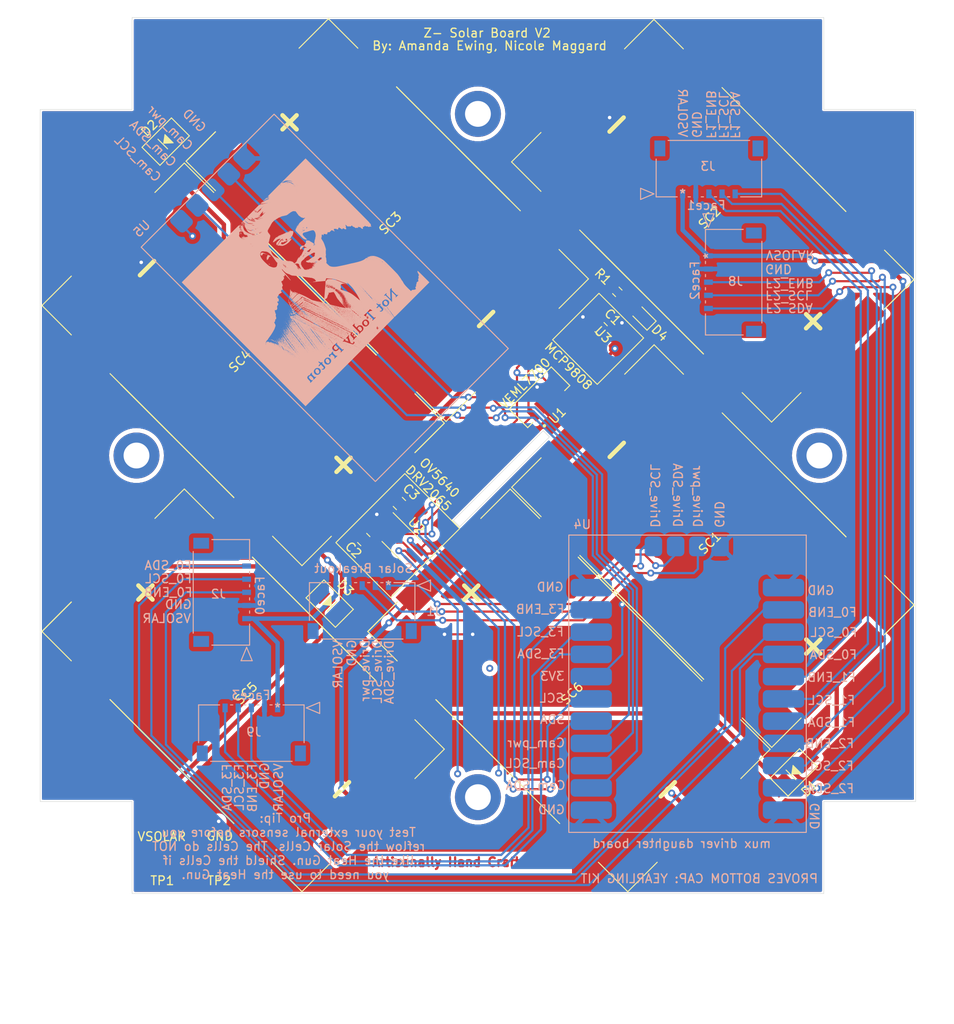
<source format=kicad_pcb>
(kicad_pcb (version 20240108) (generator "pcbnew") (generator_version "8.0")
  (title_block (title "YEARLING KIT -Z") (date "2023-03-27") (rev "3.1"))
  (layers (0 "F.Cu" signal) (1 "In1.Cu" signal) (2 "In2.Cu" signal) (31 "B.Cu" signal) (34 "B.Paste" user) (35 "F.Paste" user) (36 "B.SilkS" user "B.Silkscreen") (37 "F.SilkS" user "F.Silkscreen") (38 "B.Mask" user) (39 "F.Mask" user) (44 "Edge.Cuts" user))
  (net 0 "")
  (net 1 "GND")
  (net 2 "+3V3")
  (net 3 "VSOLAR")
  (net 4 "SDA")
  (net 5 "SCL")
  (net 6 "Net-(U2-REG)")
  (net 7 "Net-(D1-A)")
  (net 8 "Net-(D2-A)")
  (net 11 "Net-(D3-A)")
  (net 12 "Net-(D4-A)")
  (net 13 "SDA_Break")
  (net 14 "SCL_Break")
  (net 19 "Net-(SC1--)")
  (net 20 "Net-(SC3--)")
  (net 21 "Net-(SC5--)")
  (net 23 "Net-(U2-OUT+)")
  (net 25 "F0_ENB")
  (net 26 "F0_SCL")
  (net 27 "F0_SDA")
  (net 28 "F1_ENB")
  (net 29 "F1_SCL")
  (net 30 "F1_SDA")
  (net 31 "F2_ENB")
  (net 32 "F2_SCL")
  (net 33 "F2_SDA")
  (net 34 "F3_ENB")
  (net 35 "F3_SCL")
  (net 36 "F3_SDA")
  (net 37 "3v3_break")
  (net 38 "Camera_Pwr")
  (net 39 "Camera_SCL")
  (net 40 "Camera_SDA")
  (footprint "SolarPanelBoards:MountingHoles" (layer "F.Cu") (at 110.5 85)
    (property "Reference" "J4")
    (property "Value" "Conn_01x01")
  )
  (footprint "SolarPanelBoards:MountingHoles" (layer "F.Cu") (at 141.75 124)
    (property "Reference" "J5")
    (property "Value" "Conn_01x01")
  )
  (footprint "SolarPanelBoards:MountingHoles" (layer "F.Cu") (at 157.25 46)
    (property "Reference" "J6")
    (property "Value" "Conn_01x01")
  )
  (footprint "SolarPanelBoards:MountingHoles" (layer "F.Cu") (at 188.5 85)
    (property "Reference" "J7")
    (property "Value" "Conn_01x01")
  )
  (footprint "SolarPanelBoards:DO-214AC" (layer "F.Cu") (at 113.835786 49.164214 45)
    (property "Reference" "D2")
    (property "Value" "CDBA240LL-HF")
  )
  (footprint "SolarPanelBoards:Test Pad" (layer "F.Cu") (at 113.41 130.95 90)
    (property "Reference" "TP1")
    (property "Value" "TestPoint")
  )
  (footprint "LED_SMD:LED_0603_1608Metric" (layer "F.Cu") (at 168.283153 69.123153 135)
    (property "Reference" "D4")
    (property "Value" "CQY99")
  )
  (footprint "Capacitor_SMD:C_0805_2012Metric" (layer "F.Cu") (at 140.529949 90.476119 135)
    (property "Reference" "C3")
    (property "Value" "1uF")
  )
  (footprint "SolarPanelBoards:KXOB101K08F-TR" (layer "F.Cu") (at 122.68 111.8 45)
    (property "Reference" "SC5")
    (property "Value" "SM101K07TF")
  )
  (footprint "Package_SO:MSOP-8-1EP_3x3mm_P0.65mm_EP2.5x3mm_Mask1.73x2.36mm" (layer "F.Cu") (at 162.041249 72.946863 -45)
    (property "Reference" "U3")
    (property "Value" "MCP9808_DFN")
  )
  (footprint "SolarPanelBoards:Test Pad" (layer "F.Cu") (at 119.89 130.92 90)
    (property "Reference" "TP2")
    (property "Value" "TestPoint")
  )
  (footprint "SolarPanelBoards:KXOB101K08F-TR" (layer "F.Cu") (at 139.142136 58.122136 45)
    (property "Reference" "SC3")
    (property "Value" "SM101K07TF")
  )
  (footprint "Resistor_SMD:R_0603_1608Metric" (layer "F.Cu") (at 165.419368 66.315938 -45)
    (property "Reference" "R1")
    (property "Value" "1k")
  )
  (footprint "Capacitor_SMD:C_0805_2012Metric" (layer "F.Cu") (at 136.457014 94.591481 135)
    (property "Reference" "C2")
    (property "Value" "1uF")
  )
  (footprint "Package_SO:VSSOP-10_3x3mm_P0.5mm" (layer "F.Cu") (at 140.742082 94.732902 -45)
    (property "Reference" "U2")
    (property "Value" "DRV2605LDGS")
  )
  (footprint "SolarPanelBoards:DO-214AC" (layer "F.Cu") (at 132.564214 101.904214 135)
    (property "Reference" "D3")
    (property "Value" "CDBA240LL-HF")
  )
  (footprint "Capacitor_SMD:C_0805_2012Metric" (layer "F.Cu") (at 163.568249 70.52369 135)
    (property "Reference" "C1")
    (property "Value" "1uF")
  )
  (footprint "VEML7700-TT:XDCR_VEML7700-TT" (layer "F.Cu") (at 156.53 78.35 135)
    (property "Reference" "U1")
    (property "Value" "VEML7700")
  )
  (footprint "SolarPanelBoards:KXOB101K08F-TR" (layer "F.Cu") (at 122.682136 74.592136 -135)
    (property "Reference" "SC4")
    (property "Value" "SM101K07TF")
  )
  (footprint "SolarPanelBoards:KXOB101K08F-TR" (layer "F.Cu") (at 159.897864 111.807864 45)
    (property "Reference" "SC6")
    (property "Value" "SM101K07TF")
  )
  (footprint "SolarPanelBoards:KXOB101K08F-TR" (layer "F.Cu") (at 176.32 58.2 -135)
    (property "Reference" "SC2")
    (property "Value" "SM101K07TF")
  )
  (footprint "SolarPanelBoards:DO-214AC" (layer "F.Cu") (at 185.575786 121.174214 45)
    (property "Reference" "D1")
    (property "Value" "CDBA240LL-HF")
  )
  (footprint "SolarPanelBoards:KXOB101K08F-TR" (layer "F.Cu") (at 176.337864 95.337864 -135)
    (property "Reference" "SC1")
    (property "Value" "SM101K07TF")
  )
  (footprint "SolarPanelBoards:CON_5040500591" (layer "B.Cu") (at 139.278501 99.85)
    (property "Reference" "J1")
    (property "Value" "CON-5040500591" (hide yes))
  )
  (footprint "SolarPanelBoards:CON_5040500591" (layer "B.Cu") (at 126.618501 113.81)
    (property "Reference" "J9")
    (property "Value" "Face3")
  )
  (footprint "SolarPanelBoards:CON_5040500591" (layer "B.Cu") (at 172.881499 55.130001 180)
    (property "Reference" "J3")
    (property "Value" "Face1")
  )
  (footprint "SolarPanelBoards:CON_5040500591" (layer "B.Cu") (at 175.83 62.211499 90)
    (property "Reference" "J8")
    (property "Value" "Face2")
  )
  (footprint "SolarPanelBoards:giga_pragun" (layer "B.Cu") (at 129.81 65.23 -135)
    (property "Reference" "G***" (hide yes))
    (property "Value" "LOGO" (hide yes))
  )
  (footprint "mux_driver:mux_driver" (layer "B.Cu") (at 172.79 112.08 180)
    (property "Reference" "U4")
    (property "Value" "~")
  )
  (footprint "SolarPanelBoards:CON_5040500591" (layer "B.Cu") (at 123.080001 103.618501 -90)
    (property "Reference" "J2")
    (property "Value" "Face0")
  )
  (footprint "camera_daughter:camera_daughter" (layer "B.Cu") (at 115.821397 51.23859 -135)
    (property "Reference" "U5")
    (property "Value" "~")
  )
  (gr_poly (pts (xy 163.324297 66.482575) (xy 168.422537 71.580815) (xy 163.126307 76.877045) (xy 158.028067 71.778805)) (stroke (width 0.12)) (fill none) (layer "F.SilkS"))
  (gr_poly (pts (xy 141.14865 87.064311) (xy 147.41717 93.33283) (xy 139.54 101.21) (xy 133.271481 94.941481)) (stroke (width 0.12)) (fill none) (layer "F.SilkS"))
  (gr_line (start 189 135) (end 110 135) (stroke (width 0.05)) (layer "Edge.Cuts"))
  (gr_line (start 110 124.5) (end 99.5 124.5) (stroke (width 0.05)) (layer "Edge.Cuts"))
  (gr_line (start 146.705033 92.414967) (end 156.955 82.165) (stroke (width 0.05)) (layer "Edge.Cuts"))
  (gr_line (start 110 45.5) (end 110 35) (stroke (width 0.05)) (layer "Edge.Cuts"))
  (gr_line (start 189 45.5) (end 199.5 45.5) (stroke (width 0.05)) (layer "Edge.Cuts"))
  (gr_line (start 99.5 124.5) (end 99.5 45.5) (stroke (width 0.05)) (layer "Edge.Cuts"))
  (gr_line (start 199.5 124.5) (end 189 124.5) (stroke (width 0.05)) (layer "Edge.Cuts"))
  (gr_line (start 147.415 93.125) (end 146.704967 92.414967) (stroke (width 0.05)) (layer "Edge.Cuts"))
  (gr_line (start 110 35) (end 189 35) (stroke (width 0.05)) (layer "Edge.Cuts"))
  (gr_line (start 199.5 45.5) (end 199.5 124.5) (stroke (width 0.05)) (layer "Edge.Cuts"))
  (gr_line (start 189 124.5) (end 189 135) (stroke (width 0.05)) (layer "Edge.Cuts"))
  (gr_line (start 99.5 45.5) (end 110 45.5) (stroke (width 0.05)) (layer "Edge.Cuts"))
  (gr_line (start 156.955 82.165) (end 157.665 82.875) (stroke (width 0.05)) (layer "Edge.Cuts"))
  (gr_line (start 157.665 82.875) (end 147.415 93.125) (stroke (width 0.05)) (layer "Edge.Cuts"))
  (gr_line (start 189 35) (end 189 45.5) (stroke (width 0.05)) (layer "Edge.Cuts"))
  (gr_line (start 110 135) (end 110 124.5) (stroke (width 0.05)) (layer "Edge.Cuts"))
  (gr_text "Artisanally Hand Crafted PCB" (at 137.3 132 0) (layer "F.Cu") (effects (font (size 1 1) (thickness 0.25) (bold yes)) (justify left bottom)))
  (gr_text "F3_SDA" (at 159.47 108.22 0) (layer "B.SilkS") (effects (font (size 1 1)) (justify left bottom mirror)))
  (gr_text "F1_ENB" (at 176.1 46.06 270) (layer "B.SilkS") (effects (font (size 1 1)) (justify mirror)))
  (gr_text "GND" (at 125.13 121.58 90) (layer "B.SilkS") (effects (font (size 1 1)) (justify mirror)))
  (gr_text "F3_ENB" (at 159.46 103.13 0) (layer "B.SilkS") (effects (font (size 1 1)) (justify left bottom mirror)))
  (gr_text "Solar Breakout" (at 142.16 98.47 0) (layer "B.SilkS") (effects (font (size 1 1)) (justify left bottom mirror)))
  (gr_text "GND" (at 159.52 126.02 0) (layer "B.SilkS") (effects (font (size 1 1)) (justify left bottom mirror)))
  (gr_text "F2_ENB" (at 192.55 118.46 0) (layer "B.SilkS") (effects (font (size 1 1)) (justify left bottom mirror)))
  (gr_text "F0_SDA" (at 192.88 108.32 0) (layer "B.SilkS") (effects (font (size 1 1)) (justify left bottom mirror)))
  (gr_text "GND" (at 176.46 93.34 -90) (layer "B.SilkS") (effects (font (size 1 1)) (justify left bottom mirror)))
  (gr_text "F3_ENB" (at 123.73 122.95 90) (layer "B.SilkS") (effects (font (size 1 1)) (justify mirror)))
  (gr_text "F0_ENB" (at 192.86 103.48 0) (layer "B.SilkS") (effects (font (size 1 1)) (justify left bottom mirror)))
  (gr_text "Drive_SCL" (at 138.01 109.68 90) (layer "B.SilkS") (effects (font (size 1 1)) (justify mirror)))
  (gr_text "Cam_SCL" (at 159.53 120.73 0) (layer "B.SilkS") (effects (font (size 1 1)) (justify left bottom mirror)))
  (gr_text "F1_SCL" (at 177.53 46.15 270) (layer "B.SilkS") (effects (font (size 1 1)) (justify mirror)))
  (gr_text "VSOLAR" (at 133.5 108.82 90) (layer "B.SilkS") (effects (font (size 1 1)) (justify mirror)))
  (gr_text "GND" (at 135.09 107.54 90) (layer "B.SilkS") (effects (font (size 1 1)) (justify mirror)))
  (gr_text "F2_SCL" (at 184.99 66.68 180) (layer "B.SilkS") (effects (font (size 1 1)) (justify mirror)))
  (gr_text "Drive_pwr" (at 136.61 109.55 90) (layer "B.SilkS") (effects (font (size 1 1)) (justify mirror)))
  (gr_text "PROVES BOTTOM CAP: YEARLING KIT" (at 161.14 133.3 0) (layer "B.SilkS") (effects (font (size 1 1)) (justify right mirror)))
  (gr_text "Drive_SDA" (at 171.72 93.27 -90) (layer "B.SilkS") (effects (font (size 1 1)) (justify left bottom mirror)))
  (gr_text "GND" (at 117.83 48.33 -45) (layer "B.SilkS") (effects (font (size 1 1)) (justify left bottom mirror)))
  (gr_text "Cam_SDA" (at 159.59 123.24 0) (layer "B.SilkS") (effects (font (size 1 1)) (justify left bottom mirror)))
  (gr_text "F1_SCL" (at 192.67 113.53 0) (layer "B.SilkS") (effects (font (size 1 1)) (justify left bottom mirror)))
  (gr_text "GND" (at 159.37 100.6 0) (layer "B.SilkS") (effects (font (size 1 1)) (justify left bottom mirror)))
  (gr_text "GND" (at 174.47 47.22 -90) (layer "B.SilkS") (effects (font (size 1 1)) (justify mirror)))
  (gr_text "F0_ENB" (at 114.12 100.63 0) (layer "B.SilkS") (effects (font (size 1 1)) (justify mirror)))
  (gr_text "F3_SCL" (at 159.4 105.72 0) (layer "B.SilkS") (effects (font (size 1 1)) (justify left bottom mirror)))
  (gr_text "F3_SDA" (at 120.85 122.88 90) (layer "B.SilkS") (effects (font (size 1 1)) (justify mirror)))
  (gr_text "VSOLAR" (at 113.96 103.6 0) (layer "B.SilkS") (effects (font (size 1 1)) (justify mirror)))
  (gr_text "3V3" (at 159.47 110.78 0) (layer "B.SilkS") (effects (font (size 1 1)) (justify left bottom mirror)))
  (gr_text "Pro Tip:\nTest your external sensors before you \nreflow the Solar Cells. The Cells do NOT \nlike the Heat Gun. Shield the Cells if \nyou need to use the Heat Gun." (at 127.5 129.62 0) (layer "B.SilkS") (effects (font (size 1 1)) (justify mirror)))
  (gr_text "F1_SDA" (at 178.84 46.14 270) (layer "B.SilkS") (effects (font (size 1 1)) (justify mirror)))
  (gr_text "F2_ENB" (at 185.09 65.29 180) (layer "B.SilkS") (effects (font (size 1 1)) (justify mirror)))
  (gr_text "Cam_SDA" (at 114.43 52.28 -45) (layer "B.SilkS") (effects (font (size 1 1)) (justify left bottom mirror)))
  (gr_text "VSOLAR" (at 126.72 122.9 90) (layer "B.SilkS") (effects (font (size 1 1)) (justify mirror)))
  (gr_text "Drive_pwr" (at 174 93.29 -90) (layer "B.SilkS") (effects (font (size 1 1)) (justify left bottom mirror)))
  (gr_text "SCL" (at 159.42 113.28 0) (layer "B.SilkS") (effects (font (size 1 1)) (justify left bottom mirror)))
  (gr_text "GND" (at 183.83 63.69 180) (layer "B.SilkS") (effects (font (size 1 1)) (justify mirror)))
  (gr_text "SDA" (at 159.51 115.71 0) (layer "B.SilkS") (effects (font (size 1 1)) (justify left bottom mirror)))
  (gr_text "F0_SDA" (at 114.11 97.55 0) (layer "B.SilkS") (effects (font (size 1 1)) (justify mirror)))
  (gr_text "F1_SDA" (at 192.67 116.05 0) (layer "B.SilkS") (effects (font (size 1 1)) (justify left bottom mirror)))
  (gr_text "Cam_SCL" (at 112.69 53.99 -45) (layer "B.SilkS") (effects (font (size 1 1)) (justify left bottom mirror)))
  (gr_text "F2_SDA" (at 192.55 123.61 0) (layer "B.SilkS") (effects (font (size 1 1)) (justify left bottom mirror)))
  (gr_text "F1_ENB" (at 192.75 110.9 0) (layer "B.SilkS") (effects (font (size 1 1)) (justify left bottom mirror)))
  (gr_text "Drive_SDA" (at 139.36 109.74 90) (layer "B.SilkS") (effects (font (size 1 1)) (justify mirror)))
  (gr_text "Cam_pwr" (at 159.53 118.38 0) (layer "B.SilkS") (effects (font (size 1 1)) (justify left bottom mirror)))
  (gr_text "F2_SCL" (at 192.51 121.02 0) (layer "B.SilkS") (effects (font (size 1 1)) (justify left bottom mirror)))
  (gr_text "GND" (at 115.28 102.01 0) (layer "B.SilkS") (effects (font (size 1 1)) (justify mirror)))
  (gr_text "F0_SCL" (at 192.91 105.78 0) (layer "B.SilkS") (effects (font (size 1 1)) (justify left bottom mirror)))
  (gr_text "Cam_pwr" (at 116.32 50.39 -45) (layer "B.SilkS") (effects (font (size 1 1)) (justify left bottom mirror)))
  (gr_text "F2_SDA" (at 185.05 68.12 180) (layer "B.SilkS") (effects (font (size 1 1)) (justify mirror)))
  (gr_text "F0_SCL" (at 114.15 99.06 0) (layer "B.SilkS") (effects (font (size 1 1)) (justify mirror)))
  (gr_text "VSOLAR" (at 172.88 45.9 -90) (layer "B.SilkS") (effects (font (size 1 1)) (justify mirror)))
  (gr_text "Drive_SCL" (at 169.13 93.32 -90) (layer "B.SilkS") (effects (font (size 1 1)) (justify left bottom mirror)))
  (gr_text "GND" (at 190.29 101 0) (layer "B.SilkS") (effects (font (size 1 1)) (justify left bottom mirror)))
  (gr_text "VSOLAR" (at 185.15 62.1 180) (layer "B.SilkS") (effects (font (size 1 1)) (justify mirror)))
  (gr_text "GND" (at 188.59 124.55 90) (layer "B.SilkS") (effects (font (size 1 1)) (justify left bottom mirror)))
  (gr_text "F3_SCL" (at 122.24 122.86 90) (layer "B.SilkS") (effects (font (size 1 1)) (justify mirror)))
  (gr_text "By: Amanda Ewing, Nicole Maggard\n" (at 137.35 38.81 0) (layer "F.SilkS") (effects (font (size 1 1)) (justify left bottom)))
  (gr_text "Z- Solar Board V2" (at 143.19 37.35 0) (layer "F.SilkS") (effects (font (size 1 1)) (justify left bottom)))
  (gr_text "GND" (at 120.01 128.45 0) (layer "F.SilkS") (effects (font (size 1 1))))
  (gr_text "OV5640" (at 142.61 85.87 -45) (layer "F.SilkS") (effects (font (size 1 1)) (justify left bottom)))
  (gr_text "VEML7700" (at 154.87 76.76 45) (layer "F.SilkS") (effects (font (size 1 1))))
  (gr_text "MCP9808" (at 159.84 74.8 315) (layer "F.SilkS") (effects (font (size 1 1))))
  (gr_text "DRV2065" (at 143.85 88.73 315) (layer "F.SilkS") (effects (font (size 1 1))))
  (gr_text "VSOLAR" (at 113.39 128.5 0) (layer "F.SilkS") (effects (font (size 1 1))))
  (segment (start 162.041249 74.325721) (end 162.041249 72.946863) (width 0.25) (layer "F.Cu") (net 1))
  (segment (start 140.944595 94.935415) (end 142.297717 96.288537) (width 0.25) (layer "F.Cu") (net 1))
  (segment (start 174.04 125.95) (end 171.63 123.54) (width 0.5) (layer "F.Cu") (net 1))
  (segment (start 168.668061 69.851939) (end 168.84 69.68) (width 0.25) (layer "F.Cu") (net 1))
  (segment (start 162.177864 44.057864) (end 164.54 46.42) (width 0.5) (layer "F.Cu") (net 1))
  (segment (start 137.946283 91.716283) (end 137.984365 91.678201) (width 0.25) (layer "F.Cu") (net 1))
  (segment (start 137.984365 91.678201) (end 139.858198 89.804368) (width 0.25) (layer "F.Cu") (net 1))
  (segment (start 138.832894 93.53082) (end 140.242074 94.94) (width 0.25) (layer "F.Cu") (net 1))
  (segment (start 165.948061 69.851939) (end 168.668061 69.851939) (width 0.25) (layer "F.Cu") (net 1))
  (segment (start 137.984365 92.710576) (end 137.984365 91.678201) (width 0.25) (layer "F.Cu") (net 1))
  (segment (start 140.246659 94.935415) (end 140.944595 94.935415) (width 0.25) (layer "F.Cu") (net 1))
  (segment (start 119.89 130.92) (end 119.89 126.76) (width 0.5) (layer "F.Cu") (net 1))
  (segment (start 162.896498 72.091614) (end 162.896498 69.851939) (width 0.25) (layer "F.Cu") (net 1))
  (segment (start 162.896498 69.851939) (end 165.948061 69.851939) (width 0.25) (layer "F.Cu") (net 1))
  (segment (start 108.54 60.45) (end 111.04 62.95) (width 0.5) (layer "F.Cu") (net 1))
  (segment (start 162.889777 75.174249) (end 162.041249 74.325721) (width 0.25) (layer "F.Cu") (net 1))
  (segment (start 157.615409 78.537383) (end 156.26 77.181974) (width 0.25) (layer "F.Cu") (net 1))
  (segment (start 162.896498 69.851939) (end 162.161939 69.851939) (width 0.25) (layer "F.Cu") (net 1))
  (segment (start 140.242074 94.94) (end 140.246659 94.935415) (width 0.25) (layer "F.Cu") (net 1))
  (segment (start 135.785263 93.877303) (end 137.946283 91.716283) (width 0.25) (layer "F.Cu") (net 1))
  (segment (start 162.161939 69.851939) (end 161.49 69.18) (width 0.25) (layer "F.Cu") (net 1))
  (segment (start 159.813863 72.098335) (end 160.662391 72.946863) (width 0.25) (layer "F.Cu") (net 1))
  (segment (start 160.662391 72.946863) (end 162.041249 72.946863) (width 0.25) (layer "F.Cu") (net 1))
  (segment (start 145.68 105.41) (end 148.9 105.41) (width 0.25) (layer "F.Cu") (net 1))
  (segment (start 135.785263 93.91973) (end 135.785263 93.934737) (width 0.25) (layer "F.Cu") (net 1))
  (segment (start 162.041249 72.946863) (end 162.896498 72.091614) (width 0.25) (layer "F.Cu") (net 1))
  (segment (start 138.804609 93.53082) (end 137.984365 92.710576) (width 0.25) (layer "F.Cu") (net 1))
  (via (at 171.63 123.54) (size 0.8) (drill 0.4) (layers "F.Cu" "B.Cu") (net 1))
  (via (at 161.49 69.18) (size 0.8) (drill 0.4) (layers "F.Cu" "B.Cu") (net 1))
  (via (at 164.54 46.42) (size 0.8) (drill 0.4) (layers "F.Cu" "B.Cu") (net 1))
  (via (at 156.26 77.181974) (size 0.8) (drill 0.4) (layers "F.Cu" "B.Cu") (net 1))
  (via (at 145.68 105.41) (size 0.8) (drill 0.4) (layers "F.Cu" "B.Cu") (net 1))
  (via (at 148.9 105.41) (size 0.8) (drill 0.4) (layers "F.Cu" "B.Cu") (net 1))
  (via (at 137.946283 91.716283) (size 0.8) (drill 0.4) (layers "F.Cu" "B.Cu") (net 1))
  (via (at 111.04 62.95) (size 0.8) (drill 0.4) (layers "F.Cu" "B.Cu") (net 1))
  (via (at 165.948061 69.851939) (size 0.8) (drill 0.4) (layers "F.Cu" "B.Cu") (net 1))
  (via (at 119.89 126.76) (size 0.8) (drill 0.4) (layers "F.Cu" "B.Cu") (net 1))
  (segment (start 143.7 96.69) (end 142.14 98.25) (width 0.25) (layer "F.Cu") (net 2))
  (segment (start 143.004824 95.58143) (end 143.7 96.276606) (width 0.25) (layer "F.Cu") (net 2))
  (segment (start 133.56 94.935841) (end 142.806126 85.689715) (width 0.25) (layer "F.Cu") (net 2))
  (segment (start 142.806126 85.689715) (end 142.806126 85.683874) (width 0.25) (layer "F.Cu") (net 2))
  (segment (start 143.7 96.276606) (end 143.7 96.69) (width 0.25) (layer "F.Cu") (net 2))
  (segment (start 134.21 96.33) (end 133.56 95.68) (width 0.25) (layer "F.Cu") (net 2))
  (segment (start 143.004824 95.58143) (end 143.004824 95.575176) (width 0.25) (layer "F.Cu") (net 2))
  (segment (start 143.004824 95.58143) (end 143.004824 95.594824) (width 0.25) (layer "F.Cu") (net 2))
  (segment (start 163.349397 74.714629) (end 164.268635 73.795391) (width 0.25) (layer "F.Cu") (net 2))
  (segment (start 133.56 95.68) (end 133.56 94.935841) (width 0.25) (layer "F.Cu") (net 2))
  (segment (start 164.314249 73.615751) (end 165.14 72.79) (width 0.25) (layer "F.Cu") (net 2))
  (segment (start 137.128766 95.263232) (end 138.47934 93.912658) (width 0.25) (layer "F.Cu") (net 2))
  (segment (start 143.004824 95.575176) (end 143.54 95.04) (width 0.25) (layer "F.Cu") (net 2))
  (segment (start 136.03 96.33) (end 134.21 96.33) (width 0.25) (layer "F.Cu") (net 2))
  (segment (start 137.096768 95.263232) (end 136.03 96.33) (width 0.25) (layer "F.Cu") (net 2))
  (segment (start 163.349397 74.71463) (end 163.349397 74.714629) (width 0.25) (layer "F.Cu") (net 2))
  (segment (start 143.6 96.19) (end 144.21 96.19) (width 0.25) (layer "F.Cu") (net 2))
  (segment (start 143.004824 95.594824) (end 143.6 96.19) (width 0.25) (layer "F.Cu") (net 2))
  (segment (start 142.806126 85.683874) (end 143.09 85.4) (width 0.25) (layer "F.Cu") (net 2))
  (segment (start 137.128765 95.263232) (end 137.096768 95.263232) (width 0.25) (layer "F.Cu") (net 2))
  (via (at 116.9 59.95) (size 0.8) (drill 0.4) (layers "F.Cu" "B.Cu") (net 2))
  (via (at 165.14 72.79) (size 0.8) (drill 0.4) (layers "F.Cu" "B.Cu") (net 2))
  (via (at 165.98 102) (size 0.8) (drill 0.4) (layers "F.Cu" "B.Cu") (net 2))
  (segment (start 115.641792 58.691792) (end 116.9 59.95) (width 0.25) (layer "B.Cu") (net 2))
  (segment (start 163.426726 110.24) (end 165.98 107.686726) (width 0.25) (layer "B.Cu") (net 2))
  (segment (start 162.44 110.24) (end 163.426726 110.24) (width 0.25) (layer "B.Cu") (net 2))
  (segment (start 116.9 59.95) (end 116.9 59.825) (width 0.25) (layer "B.Cu") (net 2))
  (segment (start 165.98 107.686726) (end 165.98 102) (width 0.25) (layer "B.Cu") (net 2))
  (segment (start 115.641792 58.24319) (end 115.641792 58.691792) (width 0.25) (layer "B.Cu") (net 2))
  (segment (start 113.41 124.31) (end 113.41 123.99) (width 0.5) (layer "F.Cu") (net 3))
  (segment (start 184.993144 123.42) (end 184.161572 122.588428) (width 0.5) (layer "F.Cu") (net 3))
  (segment (start 133.978428 103.318428) (end 113.41 123.886856) (width 0.5) (layer "F.Cu") (net 3))
  (segment (start 188 62.79) (end 195.72 62.79) (width 0.5) (layer "F.Cu") (net 3))
  (segment (start 114.646854 52.80371) (end 114.65371 52.80371) (width 0.5) (layer "F.Cu") (net 3))
  (segment (start 195.72 62.79) (end 198.05 65.12) (width 0.5) (layer "F.Cu") (net 3))
  (segment (start 187.78 123.42) (end 184.993144 123.42) (width 0.5) (layer "F.Cu") (net 3))
  (segment (start 133.978428 103.318428) (end 145.1 114.44) (width 0.5) (layer "F.Cu") (net 3))
  (segment (start 120.48 58.63) (end 120.48 85.1) (width 0.5) (layer "F.Cu") (net 3))
  (segment (start 133.978428 98.598428) (end 132.315 96.935) (width 0.5) (layer "F.Cu") (net 3))
  (segment (start 113.41 130.95) (end 113.41 124.31) (width 0.5) (layer "F.Cu") (net 3))
  (segment (start 120.48 85.1) (end 132.3 96.92) (width 0.5) (layer "F.Cu") (net 3))
  (segment (start 133.978428 103.318428) (end 133.978428 98.598428) (width 0.5) (layer "F.Cu") (net 3))
  (segment (start 145.1 114.44) (end 176.013144 114.44) (width 0.5) (layer "F.Cu") (net 3))
  (segment (start 112.421572 50.578428) (end 114.646854 52.80371) (width 0.5) (layer "F.Cu") (net 3))
  (segment (start 114.65371 52.80371) (end 120.48 58.63) (width 0.5) (layer "F.Cu") (net 3))
  (segment (start 113.41 123.886856) (end 113.41 124.31) (width 0.5) (layer "F.Cu") (net 3))
  (segment (start 188.21 122.99) (end 187.78 123.42) (width 0.5) (layer "F.Cu") (net 3))
  (segment (start 176.013144 114.44) (end 184.161572 122.588428) (width 0.5) (layer "F.Cu") (net 3))
  (via (at 132.315 96.935) (size 0.8) (drill 0.4) (layers "F.Cu" "B.Cu") (net 3))
  (via (at 188 62.79) (size 0.8) (drill 0.4) (layers "F.Cu" "B.Cu") (net 3))
  (via (at 198.05 65.12) (size 0.8) (drill 0.4) (layers "F.Cu" "B.Cu") (net 3))
  (via (at 188.21 122.99) (size 0.8) (drill 0.4) (layers "F.Cu" "B.Cu") (net 3))
  (segment (start 189.18 122.99) (end 198.05 114.12) (width 0.5) (layer "B.Cu") (net 3))
  (segment (start 175.83 62.211499) (end 187.421499 62.211499) (width 0.5) (layer "B.Cu") (net 3))
  (segment (start 133.2785 100.9415) (end 130.601499 103.618501) (width 0.5) (layer "B.Cu") (net 3))
  (segment (start 172.881499 59.262998) (end 172.881499 55.130001) (width 0.5) (layer "B.Cu") (net 3))
  (segment (start 133.2785 97.8985) (end 132.315 96.935) (width 0.5) (layer "B.Cu") (net 3))
  (segment (start 126.618501 106.388501) (end 126.618501 113.81) (width 0.5) (layer "B.Cu") (net 3))
  (segment (start 130.601499 103.618501) (end 123.080001 103.618501) (width 0.5) (layer "B.Cu") (net 3))
  (segment (start 188.21 122.99) (end 189.18 122.99) (width 0.5) (layer "B.Cu") (net 3))
  (segment (start 187.421499 62.211499) (end 188 62.79) (width 0.5) (layer "B.Cu") (net 3))
  (segment (start 175.83 62.211499) (end 172.881499 59.262998) (width 0.5) (layer "B.Cu") (net 3))
  (segment (start 133.2785 99.85) (end 133.2785 97.8985) (width 0.5) (layer "B.Cu") (net 3))
  (segment (start 198.05 114.12) (end 198.05 65.12) (width 0.5) (layer "B.Cu") (net 3))
  (segment (start 123.848501 103.618501) (end 126.618501 106.388501) (width 0.5) (layer "B.Cu") (net 3))
  (segment (start 123.080001 103.618501) (end 123.848501 103.618501) (width 0.5) (layer "B.Cu") (net 3))
  (segment (start 132.315 96.935) (end 132.3 96.92) (width 0.5) (layer "B.Cu") (net 3))
  (segment (start 133.2785 99.85) (end 133.2785 100.9415) (width 0.5) (layer "B.Cu") (net 3))
  (segment (start 158.449358 77.639358) (end 157.14 76.33) (width 0.25) (layer "F.Cu") (net 4))
  (segment (start 160.163244 69.69) (end 161.192721 70.719477) (width 0.25) (layer "F.Cu") (net 4))
  (segment (start 144.27 90.62) (end 153.96 80.93) (width 0.25) (layer "F.Cu") (net 4))
  (segment (start 153.96 80.93) (end 153.96 74.98) (width 0.25) (layer "F.Cu") (net 4))
  (segment (start 157.14 76.33) (end 156.66 75.85) (width 0.25) (layer "F.Cu") (net 4))
  (segment (start 139.96418 93.955) (end 144.245 93.955) (width 0.25) (layer "F.Cu") (net 4))
  (segment (start 153.54 123.09) (end 153.53 123.08) (width 0.25) (layer "F.Cu") (net 4))
  (segment (start 153.96 74.98) (end 159.25 69.69) (width 0.25) (layer "F.Cu") (net 4))
  (segment (start 158.513435 77.639358) (end 158.449358 77.639358) (width 0.25) (layer "F.Cu") (net 4))
  (segment (start 159.25 69.69) (end 160.163244 69.69) (width 0.25) (layer "F.Cu") (net 4))
  (segment (start 157.77 123.09) (end 153.54 123.09) (width 0.25) (layer "F.Cu") (net 4))
  (segment (start 139.186447 93.177267) (end 139.96418 93.955) (width 0.25) (layer "F.Cu") (net 4))
  (segment (start 156.66 75.85) (end 156.63 75.85) (width 0.25) (layer "F.Cu") (net 4))
  (via (at 144.27 90.62) (size 0.8) (drill 0.4) (layers "F.Cu" "B.Cu") (net 4))
  (via (at 153.96 75.54) (size 0.8) (drill 0.4) (layers "F.Cu" "B.Cu") (net 4))
  (via (at 157.77 123.09) (size 0.8) (drill 0.4) (layers "F.Cu" "B.Cu") (net 4))
  (via (at 153.53 123.08) (size 0.8) (drill 0.4) (layers "F.Cu" "B.Cu") (net 4))
  (via (at 144.245 93.955) (size 0.8) (drill 0.4) (layers "F.Cu" "B.Cu") (net 4))
  (via (at 156.63 75.85) (size 0.8) (drill 0.4) (layers "F.Cu" "B.Cu") (net 4))
  (segment (start 153.53 123.08) (end 152.585 122.135) (width 0.25) (layer "B.Cu") (net 4))
  (segment (start 144.27 93.93) (end 144.27 90.62) (width 0.25) (layer "B.Cu") (net 4))
  (segment (start 158.1595 117.5295) (end 160.369 115.32) (width 0.25) (layer "B.Cu") (net 4))
  (segment (start 160.369 115.32) (end 162.44 115.32) (width 0.25) (layer "B.Cu") (net 4))
  (segment (start 152.585 122.135) (end 152.585 103.956701) (width 0.25) (layer "B.Cu") (net 4))
  (segment (start 142.786396 92.103604) (end 144.27 90.62) (width 0.25) (layer "B.Cu") (net 4))
  (segment (start 144.245 93.955) (end 144.27 93.93) (width 0.25) (layer "B.Cu") (net 4))
  (segment (start 152.585 103.956701) (end 142.786396 94.158097) (width 0.25) (layer "B.Cu") (net 4))
  (segment (start 158.1595 117.5295) (end 158.1595 122.7005) (width 0.25) (layer "B.Cu") (net 4))
  (segment (start 158.1595 122.7005) (end 157.77 123.09) (width 0.25) (layer "B.Cu") (net 4))
  (segment (start 156.63 75.85) (end 154.27 75.85) (width 0.25) (layer "B.Cu") (net 4))
  (segment (start 154.27 75.85) (end 153.96 75.54) (width 0.25) (layer "B.Cu") (net 4))
  (segment (start 142.786396 94.158097) (end 142.786396 92.103604) (width 0.25) (layer "B.Cu") (net 4))
  (segment (start 158.918198 70.658198) (end 160.212203 70.658198) (width 0.25) (layer "F.Cu") (net 5))
  (segment (start 139.54 92.823714) (end 140.099098 93.382812) (width 0.25) (layer "F.Cu") (net 5))
  (segment (start 143.511396 92.641396) (end 155.819358 80.333435) (width 0.25) (layer "F.Cu") (net 5))
  (segment (start 157.4145 121.99) (end 157.4345 121.97) (width 0.25) (layer "F.Cu") (net 5))
  (segment (start 153.67 121.99) (end 157.4145 121.99) (width 0.25) (layer "F.Cu") (net 5))
  (segment (start 155.275 74.301396) (end 158.918198 70.658198) (width 0.25) (layer "F.Cu") (net 5))
  (segment (start 160.212203 70.658198) (end 160.733101 71.179096) (width 0.25) (layer "F.Cu") (net 5))
  (segment (start 140.099098 93.382812) (end 142.769981 93.382812) (width 0.25) (layer "F.Cu") (net 5))
  (segment (start 142.769981 93.382812) (end 143.511396 92.641396) (width 0.25) (layer "F.Cu") (net 5))
  (segment (start 155.275 79.895) (end 155.275 74.301396) (width 0.25) (layer "F.Cu") (net 5))
  (via (at 157.4345 121.97) (size 0.8) (drill 0.4) (layers "F.Cu" "B.Cu") (net 5))
  (via (at 153.67 121.99) (size 0.8) (drill 0.4) (layers "F.Cu" "B.Cu") (net 5))
  (via (at 143.511396 92.641396) (size 0.8) (drill 0.4) (layers "F.Cu" "B.Cu") (net 5))
  (segment (start 157.4345 121.97) (end 157.4345 115.9155) (width 0.25) (layer "B.Cu") (net 5))
  (segment (start 143.511396 94.246701) (end 153.67 104.405305) (width 0.25) (layer "B.Cu") (net 5))
  (segment (start 157.4345 115.9155) (end 160.57 112.78) (width 0.25) (layer "B.Cu") (net 5))
  (segment (start 153.67 104.405305) (end 153.67 121.99) (width 0.25) (layer "B.Cu") (net 5))
  (segment (start 160.57 112.78) (end 162.44 112.78) (width 0.25) (layer "B.Cu") (net 5))
  (segment (start 143.511396 92.641396) (end 143.511396 94.246701) (width 0.25) (layer "B.Cu") (net 5))
  (segment (start 139.893553 92.47016) (end 141.201701 91.162013) (width 0.25) (layer "F.Cu") (net 6))
  (segment (start 190.48 109.48) (end 190.48 116.27) (width 0.5) (layer "F.Cu") (net 7))
  (segment (start 190.48 116.27) (end 186.99 119.76) (width 0.5) (layer "F.Cu") (net 7))
  (segment (start 125 43.98) (end 119.02 43.98) (width 0.5) (layer "F.Cu") (net 8))
  (segment (start 119.02 43.98) (end 115.25 47.75) (width 0.5) (layer "F.Cu") (net 8))
  (segment (start 108.537864 97.657864) (end 128.317864 97.657864) (width 0.5) (layer "F.Cu") (net 11))
  (segment (start 128.317864 97.657864) (end 131.15 100.49) (width 0.5) (layer "F.Cu") (net 11))
  (segment (start 166.002732 66.899302) (end 167.669736 68.566306) (width 0.25) (layer "F.Cu") (net 12))
  (segment (start 169.8 97.57) (end 168.53 96.3) (width 0.25) (layer "F.Cu") (net 13))
  (segment (start 166.4 96.3) (end 160.75 101.95) (width 0.25) (layer "F.Cu") (net 13))
  (segment (start 168.53 96.3) (end 166.4 96.3) (width 0.25) (layer "F.Cu") (net 13))
  (segment (start 160.75 101.95) (end 144.85 101.95) (width 0.25) (layer "F.Cu") (net 13))
  (via (at 169.8 97.57) (size 0.8) (drill 0.4) (layers "F.Cu" "B.Cu") (net 13))
  (via (at 144.85 101.95) (size 0.8) (drill 0.4) (layers "F.Cu" "B.Cu") (net 13))
  (segment (start 172.08 96.28) (end 172.08 95.365) (width 0.25) (layer "B.Cu") (net 13))
  (segment (start 169.8 97.57) (end 170.75 97.57) (width 0.25) (layer "B.Cu") (net 13))
  (segment (start 139.278501 99.85) (end 142.75 99.85) (width 0.25) (layer "B.Cu") (net 13))
  (segment (start 170.75 97.57) (end 170.77 97.59) (width 0.25) (layer "B.Cu") (net 13))
  (segment (start 170.77 97.59) (end 172.08 96.28) (width 0.25) (layer "B.Cu") (net 13))
  (segment (start 142.75 99.85) (end 144.85 101.95) (width 0.25) (layer "B.Cu") (net 13))
  (segment (start 161.084754 102.815246) (end 145.372687 102.815246) (width 0.25) (layer "F.Cu") (net 14))
  (segment (start 166.28 97.62) (end 161.084754 102.815246) (width 0.25) (layer "F.Cu") (net 14))
  (segment (start 168.08 97.62) (end 166.28 97.62) (width 0.25) (layer "F.Cu") (net 14))
  (via (at 145.372687 102.815246) (size 0.8) (drill 0.4) (layers "F.Cu" "B.Cu") (net 14))
  (via (at 168.08 97.62) (size 0.8) (drill 0.4) (layers "F.Cu" "B.Cu") (net 14))
  (segment (start 140.743747 102.815246) (end 145.372687 102.815246) (width 0.25) (layer "B.Cu") (net 14))
  (segment (start 168.535 95.365) (end 169.54 95.365) (width 0.25) (layer "B.Cu") (net 14))
  (segment (start 168.08 97.62) (end 168.08 95.82) (width 0.25) (layer "B.Cu") (net 14))
  (segment (start 168.08 95.82) (end 168.535 95.365) (width 0.25) (layer "B.Cu") (net 14))
  (segment (start 137.778501 99.85) (end 140.743747 102.815246) (width 0.25) (layer "B.Cu") (net 14))
  (segment (start 190.462136 72.342136) (end 171.04932 72.342136) (width 0.5) (layer "F.Cu") (net 19))
  (segment (start 171.04932 72.342136) (end 162.195728 81.195728) (width 0.5) (layer "F.Cu") (net 19))
  (segment (start 152.965728 72.264272) (end 153.284272 72.264272) (width 0.5) (layer "F.Cu") (net 20))
  (segment (start 136.824272 88.405728) (end 152.965728 72.264272) (width 0.5) (layer "F.Cu") (net 20))
  (segment (start 136.824272 88.734272) (end 136.824272 88.405728) (width 0.5) (layer "F.Cu") (net 20))
  (segment (start 136.822136 125.942136) (end 133.93 123.05) (width 0.5) (layer "F.Cu") (net 21))
  (segment (start 145.755728 97.674272) (end 139.33 104.1) (width 0.5) (layer "F.Cu") (net 21))
  (segment (start 145.755728 97.665728) (end 145.755728 97.674272) (width 0.5) (layer "F.Cu") (net 21))
  (via (at 139.33 104.1) (size 0.8) (drill 0.4) (layers "F.Cu" "B.Cu") (net 21))
  (via (at 133.93 123.05) (size 0.8) (drill 0.4) (layers "F.Cu" "B.Cu") (net 21))
  (segment (start 133.93 109.5) (end 139.33 104.1) (width 0.5) (layer "B.Cu") (net 21))
  (segment (start 133.93 123.05) (end 133.93 109.5) (width 0.5) (layer "B.Cu") (net 21))
  (segment (start 141.172074 95.87) (end 140.46 95.87) (width 0.25) (layer "F.Cu") (net 23))
  (segment (start 142.65127 95.934984) (end 141.78 95.063714) (width 0.25) (layer "F.Cu") (net 23))
  (segment (start 141.944164 96.64209) (end 141.172074 95.87) (width 0.25) (layer "F.Cu") (net 23))
  (segment (start 141.78 95.063714) (end 141.78 94.68) (width 0.25) (layer "F.Cu") (net 23))
  (via (at 147.18 121.33) (size 0.8) (drill 0.4) (layers "F.Cu" "B.Cu") (net 23))
  (via (at 141.78 94.68) (size 0.8) (drill 0.4) (layers "F.Cu" "B.Cu") (net 23))
  (via (at 150.85 109.29) (size 0.8) (drill 0.4) (layers "F.Cu" "B.Cu") (net 23))
  (via (at 140.46 95.87) (size 0.8) (drill 0.4) (layers "F.Cu" "B.Cu") (net 23))
  (via (at 151.86 121.25) (size 0.8) (drill 0.4) (layers "F.Cu" "B.Cu") (net 23))
  (segment (start 140.46 95.87) (end 147.18 102.59) (width 0.25) (layer "B.Cu") (net 23))
  (segment (start 147.18 102.59) (end 147.18 121.33) (width 0.25) (layer "B.Cu") (net 23))
  (segment (start 151.86 104.76) (end 151.86 121.25) (width 0.25) (layer "B.Cu") (net 23))
  (segment (start 141.78 94.68) (end 151.86 104.76) (width 0.25) (layer "B.Cu") (net 23))
  (segment (start 113.86 117.987208) (end 128.696396 132.823604) (width 0.25) (layer "B.Cu") (net 25))
  (segment (start 116.131498 100.618502) (end 113.86 102.89) (width 0.25) (layer "B.Cu") (net 25))
  (segment (start 177.738299 115.77) (end 177.738299 107.031701) (width 0.25) (layer "B.Cu") (net 25))
  (segment (start 182.15 102.62) (end 184.4 102.62) (width 0.25) (layer "B.Cu") (net 25))
  (segment (start 113.86 102.89) (end 113.86 117.987208) (width 0.25) (layer "B.Cu") (net 25))
  (segment (start 160.684695 132.823604) (end 177.738299 115.77) (width 0.25) (layer "B.Cu") (net 25))
  (segment (start 123.080001 100.618502) (end 116.131498 100.618502) (width 0.25) (layer "B.Cu") (net 25))
  (segment (start 128.696396 132.823604) (end 160.684695 132.823604) (width 0.25) (layer "B.Cu") (net 25))
  (segment (start 177.738299 107.031701) (end 182.15 102.62) (width 0.25) (layer "B.Cu") (net 25))
  (segment (start 128.816396 133.58) (end 160.564695 133.58) (width 0.25) (layer "B.Cu") (net 26))
  (segment (start 115.7315 99.1185) (end 112.2 102.65) (width 0.25) (layer "B.Cu") (net 26))
  (segment (start 160.564695 133.58) (end 178.5 115.644695) (width 0.25) (layer "B.Cu") (net 26))
  (segment (start 123.080001 99.1185) (end 115.7315 99.1185) (width 0.25) (layer "B.Cu") (net 26))
  (segment (start 178.5 115.644695) (end 178.5 109.593604) (width 0.25) (layer "B.Cu") (net 26))
  (segment (start 112.2 116.963604) (end 128.816396 133.58) (width 0.25) (layer "B.Cu") (net 26))
  (segment (start 112.2 102.65) (end 112.2 116.963604) (width 0.25) (layer "B.Cu") (net 26))
  (segment (start 178.5 109.593604) (end 182.933604 105.16) (width 0.25) (layer "B.Cu") (net 26))
  (segment (start 182.933604 105.16) (end 184.4 105.16) (width 0.25) (layer "B.Cu") (net 26))
  (segment (start 115.3015 97.6185) (end 110.79 102.13) (width 0.25) (layer "B.Cu") (net 27))
  (segment (start 110.79 102.13) (end 110.79 116.19) (width 0.25) (layer "B.Cu") (net 27))
  (segment (start 179.42 116.775305) (end 179.42 109.31) (width 0.25) (layer "B.Cu") (net 27))
  (segment (start 181.03 107.7) (end 184.4 107.7) (width 0.25) (layer "B.Cu") (net 27))
  (segment (start 123.080001 97.6185) (end 115.3015 97.6185) (width 0.25) (layer "B.Cu") (net 27))
  (segment (start 128.63 134.03) (end 162.165305 134.03) (width 0.25) (layer "B.Cu") (net 27))
  (segment (start 162.165305 134.03) (end 179.42 116.775305) (width 0.25) (layer "B.Cu") (net 27))
  (segment (start 179.42 109.31) (end 181.03 107.7) (width 0.25) (layer "B.Cu") (net 27))
  (segment (start 110.79 116.19) (end 128.63 134.03) (width 0.25) (layer "B.Cu") (net 27))
  (segment (start 177.841497 57.09) (end 184.06 57.09) (width 0.25) (layer "B.Cu") (net 28))
  (segment (start 193.22 66.25) (end 193.22 103.99) (width 0.25) (layer "B.Cu") (net 28))
  (segment (start 184.06 57.09) (end 193.22 66.25) (width 0.25) (layer "B.Cu") (net 28))
  (segment (start 175.881498 55.130001) (end 177.841497 57.09) (width 0.25) (layer "B.Cu") (net 28))
  (segment (start 193.22 103.99) (end 186.97 110.24) (width 0.25) (layer "B.Cu") (net 28))
  (segment (start 186.97 110.24) (end 184.4 110.24) (width 0.25) (layer "B.Cu") (net 28))
  (segment (start 194.04 66.14) (end 194.04 106.49) (width 0.25) (layer "B.Cu") (net 29))
  (segment (start 184.18 56.28) (end 194.04 66.14) (width 0.25) (layer "B.Cu") (net 29))
  (segment (start 177.3815 55.130001) (end 178.531499 56.28) (width 0.25) (layer "B.Cu") (net 29))
  (segment (start 194.04 106.49) (end 187.75 112.78) (width 0.25) (layer "B.Cu") (net 29))
  (segment (start 187.75 112.78) (end 184.4 112.78) (width 0.25) (layer "B.Cu") (net 29))
  (segment (start 178.531499 56.28) (end 184.18 56.28) (width 0.25) (layer "B.Cu") (net 29))
  (segment (start 178.8815 55.130001) (end 184.080001 55.130001) (width 0.25) (layer "B.Cu") (net 30))
  (segment (start 184.080001 55.130001) (end 195.06 66.11) (width 0.25) (layer "B.Cu") (net 30))
  (segment (start 195.06 106.63) (end 186.37 115.32) (width 0.25) (layer "B.Cu") (net 30))
  (segment (start 195.06 66.11) (end 195.06 106.63) (width 0.25) (layer "B.Cu") (net 30))
  (segment (start 186.37 115.32) (end 184.4 115.32) (width 0.25) (layer "B.Cu") (net 30))
  (segment (start 194.23 64.14) (end 189.58 64.14) (width 0.25) (layer "F.Cu") (net 31))
  (segment (start 194.46 63.91) (end 194.23 64.14) (width 0.25) (layer "F.Cu") (net 31))
  (segment (start 189.58 64.14) (end 189.57 64.13) (width 0.25) (layer "F.Cu") (net 31))
  (via (at 194.46 63.91) (size 0.8) (drill 0.4) (layers "F.Cu" "B.Cu") (net 31))
  (via (at 189.57 64.13) (size 0.8) (drill 0.4) (layers "F.Cu" "B.Cu") (net 31))
  (segment (start 194.46 64.873604) (end 195.51 65.923604) (width 0.25) (layer "B.Cu") (net 31))
  (segment (start 188.488502 65.211498) (end 175.83 65.211498) (width 0.25) (layer "B.Cu") (net 31))
  (segment (start 189.57 64.13) (end 188.488502 65.211498) (width 0.25) (layer "B.Cu") (net 31))
  (segment (start 194.46 63.91) (end 194.46 64.873604) (width 0.25) (layer "B.Cu") (net 31))
  (segment (start 195.51 109.6) (end 187.25 117.86) (width 0.25) (layer "B.Cu") (net 31))
  (segment (start 187.25 117.86) (end 184.4 117.86) (width 0.25) (layer "B.Cu") (net 31))
  (segment (start 195.51 65.923604) (end 195.51 109.6) (width 0.25) (layer "B.Cu") (net 31))
  (segment (start 195.25 65.1) (end 195.7 64.65) (width 0.25) (layer "F.Cu") (net 32))
  (segment (start 190 65.1) (end 195.25 65.1) (width 0.25) (layer "F.Cu") (net 32))
  (via (at 190 65.1) (size 0.8) (drill 0.4) (layers "F.Cu" "B.Cu") (net 32))
  (via (at 195.7 64.65) (size 0.8) (drill 0.4) (layers "F.Cu" "B.Cu") (net 32))
  (segment (start 195.96 64.91) (end 195.96 111.33) (width 0.25) (layer "B.Cu") (net 32))
  (segment (start 186.89 120.4) (end 184.4 120.4) (width 0.25) (layer "B.Cu") (net 32))
  (segment (start 190 65.1) (end 188.3885 66.7115) (width 0.25) (layer "B.Cu") (net 32))
  (segment (start 195.7 64.65) (end 195.96 64.91) (width 0.25) (layer "B.Cu") (net 32))
  (segment (start 188.3885 66.7115) (end 175.83 66.7115) (width 0.25) (layer "B.Cu") (net 32))
  (segment (start 195.96 111.33) (end 186.89 120.4) (width 0.25) (layer "B.Cu") (net 32))
  (segment (start 191.33 65.78) (end 196.9 65.78) (width 0.25) (layer "F.Cu") (net 33))
  (segment (start 190.82 66.29) (end 191.33 65.78) (width 0.25) (layer "F.Cu") (net 33))
  (via (at 196.9 65.78) (size 0.8) (drill 0.4) (layers "F.Cu" "B.Cu") (net 33))
  (via (at 190.82 66.29) (size 0.8) (drill 0.4) (layers "F.Cu" "B.Cu") (net 33))
  (segment (start 196.9 113.12) (end 187.08 122.94) (width 0.25) (layer "B.Cu") (net 33))
  (segment (start 187.08 122.94) (end 184.4 122.94) (width 0.25) (layer "B.Cu") (net 33))
  (segment (start 175.83 68.2115) (end 188.8985 68.2115) (width 0.25) (layer "B.Cu") (net 33))
  (segment (start 196.9 65.78) (end 196.9 113.12) (width 0.25) (layer "B.Cu") (net 33))
  (segment (start 188.8985 68.2115) (end 190.82 66.29) (width 0.25) (layer "B.Cu") (net 33))
  (segment (start 123.618502 119.678502) (end 134.53 130.59) (width 0.25) (layer "B.Cu") (net 34))
  (segment (start 123.618502 113.81) (end 123.618502 119.678502) (width 0.25) (layer "B.Cu") (net 34))
  (segment (start 155.27 127.48) (end 155.27 107.53) (width 0.25) (layer "B.Cu") (net 34))
  (segment (start 160.18 102.62) (end 162.44 102.62) (width 0.25) (layer "B.Cu") (net 34))
  (segment (start 152.16 130.59) (end 155.27 127.48) (width 0.25) (layer "B.Cu") (net 34))
  (segment (start 134.53 130.59) (end 152.16 130.59) (width 0.25) (layer "B.Cu") (net 34))
  (segment (start 155.27 107.53) (end 160.18 102.62) (width 0.25) (layer "B.Cu") (net 34))
  (segment (start 155.72 127.78) (end 155.72 110.183604) (width 0.25) (layer "B.Cu") (net 35))
  (segment (start 122.1185 119.2085) (end 134.24 131.33) (width 0.25) (layer "B.Cu") (net 35))
  (segment (start 160.743604 105.16) (end 162.44 105.16) (width 0.25) (layer "B.Cu") (net 35))
  (segment (start 122.1185 113.81) (end 122.1185 119.2085) (width 0.25) (layer "B.Cu") (net 35))
  (segment (start 152.17 131.33) (end 155.72 127.78) (width 0.25) (layer "B.Cu") (net 35))
  (segment (start 134.24 131.33) (end 152.17 131.33) (width 0.25) (layer "B.Cu") (net 35))
  (segment (start 155.72 110.183604) (end 160.743604 105.16) (width 0.25) (layer "B.Cu") (net 35))
  (segment (start 133.56 131.78) (end 152.6 131.78) (width 0.25) (layer "B.Cu") (net 36))
  (segment (start 156.71 127.67) (end 156.71 109.83) (width 0.25) (layer "B.Cu") (net 36))
  (segment (start 156.71 109.83) (end 158.84 107.7) (width 0.25) (layer "B.Cu") (net 36))
  (segment (start 158.84 107.7) (end 162.44 107.7) (width 0.25) (layer "B.Cu") (net 36))
  (segment (start 152.6 131.78) (end 156.71 127.67) (width 0.25) (layer "B.Cu") (net 36))
  (segment (start 120.6185 118.8385) (end 133.56 131.78) (width 0.25) (layer "B.Cu") (net 36))
  (segment (start 120.6185 113.81) (end 120.6185 118.8385) (width 0.25) (layer "B.Cu") (net 36))
  (segment (start 166.94 98.42) (end 161.55 103.81) (width 0.25) (layer "F.Cu") (net 37))
  (segment (start 161.55 103.81) (end 145.47 103.81) (width 0.25) (layer "F.Cu") (net 37))
  (segment (start 169.24 98.42) (end 166.94 98.42) (width 0.25) (layer "F.Cu") (net 37))
  (via (at 169.24 98.42) (size 0.8) (drill 0.4) (layers "F.Cu" "B.Cu") (net 37))
  (via (at 145.47 103.81) (size 0.8) (drill 0.4) (layers "F.Cu" "B.Cu") (net 37))
  (segment (start 174.14 98.42) (end 174.62 97.94) (width 0.25) (layer "B.Cu") (net 37))
  (segment (start 174.62 97.94) (end 174.62 95.365) (width 0.25) (layer "B.Cu") (net 37))
  (segment (start 136.278502 99.85) (end 140.238502 103.81) (width 0.25) (layer "B.Cu") (net 37))
  (segment (start 169.24 98.42) (end 174.14 98.42) (width 0.25) (layer "B.Cu") (net 37))
  (segment (start 140.238502 103.81) (end 145.47 103.81) (width 0.25) (layer "B.Cu") (net 37))
  (segment (start 151.00996 78.33996) (end 152.6 79.93) (width 0.25) (layer "F.Cu") (net 38))
  (segment (start 152.6 79.93) (end 152.6 80.68) (width 0.25) (layer "F.Cu") (net 38))
  (segment (start 148.40996 78.33996) (end 151.00996 78.33996) (width 0.25) (layer "F.Cu") (net 38))
  (via (at 148.40996 78.33996) (size 0.8) (drill 0.4) (layers "F.Cu" "B.Cu") (net 38))
  (via (at 152.6 80.68) (size 0.8) (drill 0.4) (layers "F.Cu" "B.Cu") (net 38))
  (segment (start 166.75 100.54) (end 162.62 96.41) (width 0.25) (layer "B.Cu") (net 38))
  (segment (start 146.374909 78.2) (end 121.053987 52.879078) (width 0.25) (layer "B.Cu") (net 38))
  (segment (start 155.92962 80.68) (end 152.6 80.68) (width 0.25) (layer "B.Cu") (net 38))
  (segment (start 146.55 78.35) (end 146.4 78.2) (width 0.25) (layer "B.Cu") (net 38))
  (segment (start 163.426726 117.86) (end 166.75 114.536726) (width 0.25) (layer "B.Cu") (net 38))
  (segment (start 162.62 96.41) (end 162.62 87.37038) (width 0.25) (layer "B.Cu") (net 38))
  (segment (start 166.75 114.536726) (end 166.75 100.54) (width 0.25) (layer "B.Cu") (net 38))
  (segment (start 162.62 87.37038) (end 155.92962 80.68) (width 0.25) (layer "B.Cu") (net 38))
  (segment (start 148.40996 78.33996) (end 148.39992 78.35) (width 0.25) (layer "B.Cu") (net 38))
  (segment (start 162.44 117.86) (end 163.426726 117.86) (width 0.25) (layer "B.Cu") (net 38))
  (segment (start 146.4 78.2) (end 146.374909 78.2) (width 0.25) (layer "B.Cu") (net 38))
  (segment (start 148.39992 78.35) (end 146.55 78.35) (width 0.25) (layer "B.Cu") (net 38))
  (segment (start 147.467299 80.697299) (end 151.592701 80.697299) (width 0.25) (layer "F.Cu") (net 39))
  (segment (start 147.16 80.39) (end 147.467299 80.697299) (width 0.25) (layer "F.Cu") (net 39))
  (via (at 147.16 80.39) (size 0.8) (drill 0.4) (layers "F.Cu" "B.Cu") (net 39))
  (via (at 151.592701 80.697299) (size 0.8) (drill 0.4) (layers "F.Cu" "B.Cu") (net 39))
  (segment (start 167.2 100.353604) (end 167.2 116.626726) (width 0.25) (layer "B.Cu") (net 39))
  (segment (start 151.592701 80.661994) (end 152.299695 79.955) (width 0.25) (layer "B.Cu") (net 39))
  (segment (start 151.592701 80.697299) (end 151.592701 80.661994) (width 0.25) (layer "B.Cu") (net 39))
  (segment (start 163.08 96.233604) (end 167.2 100.353604) (width 0.25) (layer "B.Cu") (net 39))
  (segment (start 147.16 80.39) (end 141.380704 80.39) (width 0.25) (layer "B.Cu") (net 39))
  (segment (start 167.2 116.626726) (end 163.426726 120.4) (width 0.25) (layer "B.Cu") (net 39))
  (segment (start 152.299695 79.955) (end 155.841016 79.955) (width 0.25) (layer "B.Cu") (net 39))
  (segment (start 155.841016 79.955) (end 163.08 87.193984) (width 0.25) (layer "B.Cu") (net 39))
  (segment (start 163.426726 120.4) (end 162.44 120.4) (width 0.25) (layer "B.Cu") (net 39))
  (segment (start 141.380704 80.39) (end 117.437843 56.447139) (width 0.25) (layer "B.Cu") (net 39))
  (segment (start 163.08 87.193984) (end 163.08 96.233604) (width 0.25) (layer "B.Cu") (net 39))
  (segment (start 151.179902 79.5345) (end 147.806483 79.5345) (width 0.25) (layer "F.Cu") (net 40))
  (segment (start 151.257701 79.612299) (end 151.179902 79.5345) (width 0.25) (layer "F.Cu") (net 40))
  (via (at 151.257701 79.612299) (size 0.8) (drill 0.4) (layers "F.Cu" "B.Cu") (net 40))
  (via (at 147.806483 79.5345) (size 0.8) (drill 0.4) (layers "F.Cu" "B.Cu") (net 40))
  (segment (start 163.68 96.19) (end 167.65 100.16) (width 0.25) (layer "B.Cu") (net 40))
  (segment (start 144.117307 79.5345) (end 119.257936 54.675129) (width 0.25) (layer "B.Cu") (net 40))
  (segment (start 163.426726 122.94) (end 162.44 122.94) (width 0.25) (layer "B.Cu") (net 40))
  (segment (start 156.027412 79.505) (end 163.68 87.157588) (width 0.25) (layer "B.Cu") (net 40))
  (segment (start 151.759695 79.505) (end 156.027412 79.505) (width 0.25) (layer "B.Cu") (net 40))
  (segment (start 151.652396 79.612299) (end 151.759695 79.505) (width 0.25) (layer "B.Cu") (net 40))
  (segment (start 151.257701 79.612299) (end 151.652396 79.612299) (width 0.25) (layer "B.Cu") (net 40))
  (segment (start 167.65 100.16) (end 167.65 118.716726) (width 0.25) (layer "B.Cu") (net 40))
  (segment (start 163.68 87.157588) (end 163.68 96.19) (width 0.25) (layer "B.Cu") (net 40))
  (segment (start 167.65 118.716726) (end 163.426726 122.94) (width 0.25) (layer "B.Cu") (net 40))
  (segment (start 147.806483 79.5345) (end 144.117307 79.5345) (width 0.25) (layer "B.Cu") (net 40))
  (zone (net 2) (net_name "+3V3") (layer "F.Cu") (connect_pads (clearance 0.508)) (min_thickness 0.254) (fill yes (thermal_gap 0.508) (thermal_bridge_width 0.508))
    (polygon (pts (xy 189 45.5) (xy 199.5 45.5) (xy 199.5 124.5) (xy 189 124.5) (xy 189 135) (xy 110 135) (xy 110 124.5) (xy 99.5 124.5) (xy 99.5 45.5) (xy 110 45.49) (xy 110 35) (xy 189 35)))
  )
  (zone (net 1) (net_name "GND") (layers "In1.Cu" "B.Cu") (connect_pads (clearance 0.508)) (min_thickness 0.254) (fill yes (thermal_gap 0.508) (thermal_bridge_width 0.508))
    (polygon (pts (xy 203.9 33.19) (xy 203.36 136.85) (xy 94.91 136.85) (xy 98.38 33)))
  )
  (zone (net 1) (net_name "GND") (layer "B.Cu") (connect_pads (clearance 0.508)) (min_thickness 0.254) (fill yes (thermal_gap 0.508) (thermal_bridge_width 0.508))
    (polygon (pts (xy 189 45.5) (xy 199.5 45.5) (xy 199.5 124.5) (xy 189 124.5) (xy 189 135) (xy 110 135) (xy 110 124.5) (xy 99.5 124.5) (xy 99.5 45.5) (xy 110.01 45.49) (xy 110 35) (xy 189 35)))
  )
)
</source>
